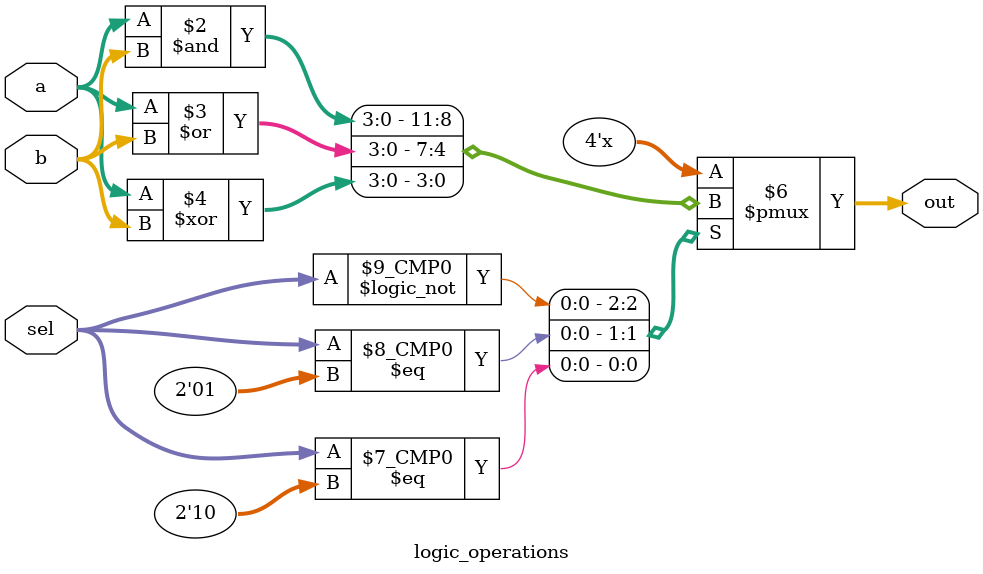
<source format=v>
module logic_operations(
	input [3:0] a,b,
	output reg [3:0] out,
	input [1:0] sel
);

	always@(*)begin
		case(sel)
			2'd0 : out = a & b;
			2'd1 : out = a | b;
			2'd2 : out = a ^ b;
			default : out = 4'bx;
		endcase
	end
endmodule
</source>
